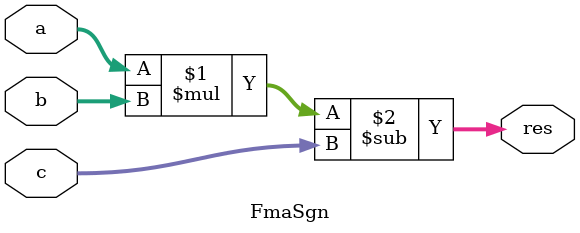
<source format=sv>
module FmaSgn #(
    BW = 8
)
(
    input logic   [BW-1:0] a,
    input logic   [BW-1:0] b,
    input logic   [BW-1:0] c,
    output logic   [2*BW-1:0] res
);

assign res = a*b - c;   

endmodule
</source>
